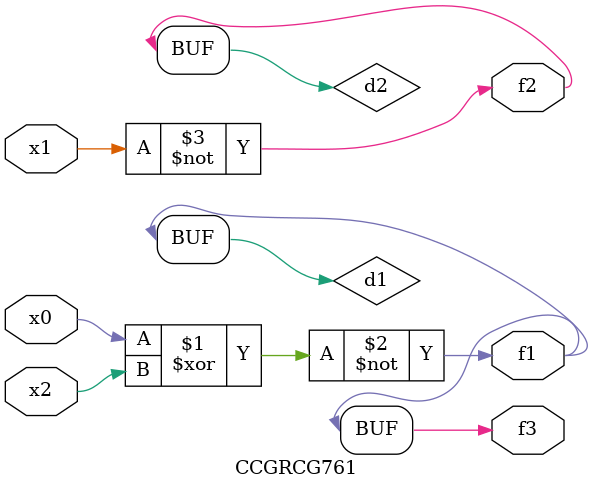
<source format=v>
module CCGRCG761(
	input x0, x1, x2,
	output f1, f2, f3
);

	wire d1, d2, d3;

	xnor (d1, x0, x2);
	nand (d2, x1);
	nor (d3, x1, x2);
	assign f1 = d1;
	assign f2 = d2;
	assign f3 = d1;
endmodule

</source>
